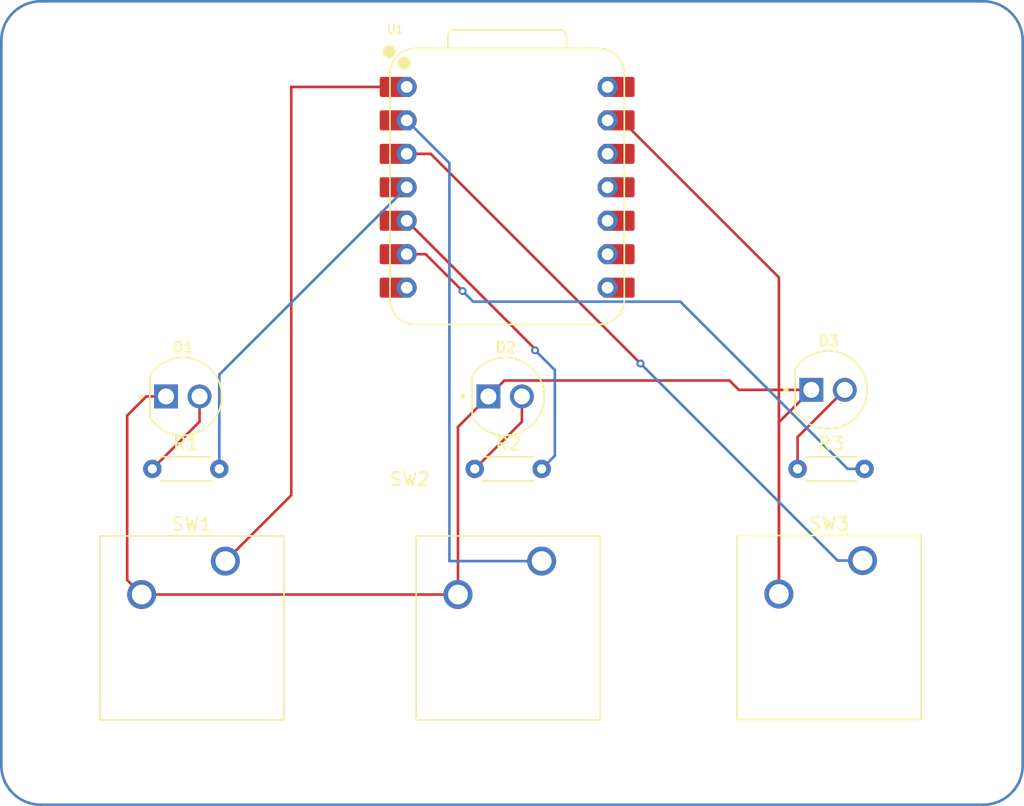
<source format=kicad_pcb>
(kicad_pcb (version 20241229) (generator "pcbnew") (generator_version "9.0")
  (layers (0 "F.Cu" signal) (2 "B.Cu" signal) (13 "F.Paste" user) (15 "B.Paste" user) (5 "F.SilkS" user "F.Silkscreen") (7 "B.SilkS" user "B.Silkscreen") (1 "F.Mask" user) (3 "B.Mask" user) (25 "Edge.Cuts" user))
  (net 0 "")
  (net 1 "GND")
  (net 2 "Net-(D1-PadA)")
  (net 3 "Net-(D2-PadA)")
  (net 4 "Net-(D3-PadA)")
  (net 5 "LED1")
  (net 6 "LED2")
  (net 7 "LED3")
  (net 8 "button1")
  (net 9 "button2")
  (net 10 "button3")
  (footprint "Resistor_THT:R_Axial_DIN0204_L3.6mm_D1.6mm_P5.08mm_Horizontal" (layer "F.Cu") (at 131.92 77.5)
    (property "Reference" "R2" (at 2.54 -1.92 0) (layer "F.SilkS"))
    (property "Value" "R")
    (fp_line (start 0.62 -0.92) (end 4.46 -0.92) (stroke (width 0.12)) (layer "F.SilkS"))
    (fp_line (start 0.62 0.92) (end 4.46 0.92) (stroke (width 0.12)) (layer "F.SilkS"))
    (pad "1" thru_hole circle (at 0 0) (size 1.4 1.4) (drill 0.7) (layers "*.Cu" "*.Mask") (net 3 "Net-(D2-PadA)"))
    (pad "2" thru_hole circle (at 5.08 0) (size 1.4 1.4) (drill 0.7) (layers "*.Cu" "*.Mask") (net 6 "LED2"))
  )
  (footprint "footprints:XIAO-RP2040-DIP" (layer "F.Cu") (at 134.38 56.12)
    (property "Reference" "U1" (at -8.5 -12 0) (layer "F.SilkS") (effects (font (size 0.635 0.635) (thickness 0.1016))))
    (property "Value" "XIAO-RP2040-DIP")
    (fp_line (start -8.89 8.509) (end -8.89 -8.636) (stroke (width 0.127)) (layer "F.SilkS"))
    (fp_line (start -6.985 10.414) (end 6.985 10.414) (stroke (width 0.127)) (layer "F.SilkS"))
    (fp_line (start -4.495 -10.541) (end -4.491272 -11.451272) (stroke (width 0.127)) (layer "F.SilkS"))
    (fp_line (start -3.991272 -11.951) (end 4.004 -11.951) (stroke (width 0.127)) (layer "F.SilkS"))
    (fp_line (start 4.504 -11.451) (end 4.504 -10.541) (stroke (width 0.127)) (layer "F.SilkS"))
    (fp_line (start 6.985 -10.541) (end -6.985 -10.541) (stroke (width 0.1)) (layer "F.SilkS"))
    (fp_line (start 6.985 -10.541) (end -6.985 -10.541) (stroke (width 0.127)) (layer "F.SilkS"))
    (fp_line (start 8.89 8.509) (end 8.89 -8.636) (stroke (width 0.127)) (layer "F.SilkS"))
    (fp_arc (start -8.89 -8.636) (mid -8.332038 -9.983038) (end -6.985 -10.541) (stroke (width 0.127)) (layer "F.SilkS"))
    (fp_arc (start -6.985 10.414) (mid -8.332038 9.856038) (end -8.89 8.509) (stroke (width 0.127)) (layer "F.SilkS"))
    (fp_arc (start -4.491272 -11.451272) (mid -4.344728 -11.80464) (end -3.991272 -11.951) (stroke (width 0.127)) (layer "F.SilkS"))
    (fp_arc (start 4.004 -11.951) (mid 4.357553 -11.804553) (end 4.504 -11.451) (stroke (width 0.127)) (layer "F.SilkS"))
    (fp_arc (start 6.985 -10.541) (mid 8.332038 -9.983038) (end 8.89 -8.636) (stroke (width 0.127)) (layer "F.SilkS"))
    (fp_arc (start 8.89 8.509) (mid 8.332038 9.856038) (end 6.985 10.414) (stroke (width 0.127)) (layer "F.SilkS"))
    (fp_circle (center -8.95 -10.3) (end -8.95 -10.554) (stroke (width 0.5)) (fill yes) (layer "F.SilkS"))
    (fp_circle (center -7.807 -9.42) (end -7.807 -9.674) (stroke (width 0.5)) (fill yes) (layer "F.SilkS"))
    (pad "1" smd roundrect (at -8.455 -7.62 180) (size 2.432 1.524) (layers "F.Cu" "F.Mask") (roundrect_rratio 0.1) (net 8 "button1"))
    (pad "1" thru_hole circle (at -7.62 -7.62 180) (size 1.524 1.524) (drill 0.889) (layers "*.Cu" "*.Mask") (net 8 "button1"))
    (pad "2" smd roundrect (at -8.455 -5.08 180) (size 2.432 1.524) (layers "F.Cu" "F.Mask") (roundrect_rratio 0.1) (net 9 "button2"))
    (pad "2" thru_hole circle (at -7.62 -5.08 180) (size 1.524 1.524) (drill 0.889) (layers "*.Cu" "*.Mask") (net 9 "button2"))
    (pad "3" smd roundrect (at -8.455 -2.54 180) (size 2.432 1.524) (layers "F.Cu" "F.Mask") (roundrect_rratio 0.1) (net 10 "button3"))
    (pad "3" thru_hole circle (at -7.62 -2.54 180) (size 1.524 1.524) (drill 0.889) (layers "*.Cu" "*.Mask") (net 10 "button3"))
    (pad "4" smd roundrect (at -8.455 0 180) (size 2.432 1.524) (layers "F.Cu" "F.Mask") (roundrect_rratio 0.1) (net 5 "LED1"))
    (pad "4" thru_hole circle (at -7.62 0 180) (size 1.524 1.524) (drill 0.889) (layers "*.Cu" "*.Mask") (net 5 "LED1"))
    (pad "5" smd roundrect (at -8.455 2.54 180) (size 2.432 1.524) (layers "F.Cu" "F.Mask") (roundrect_rratio 0.1) (net 6 "LED2"))
    (pad "5" thru_hole circle (at -7.62 2.54 180) (size 1.524 1.524) (drill 0.889) (layers "*.Cu" "*.Mask") (net 6 "LED2"))
    (pad "6" smd roundrect (at -8.455 5.08 180) (size 2.432 1.524) (layers "F.Cu" "F.Mask") (roundrect_rratio 0.1) (net 7 "LED3"))
    (pad "6" thru_hole circle (at -7.62 5.08 180) (size 1.524 1.524) (drill 0.889) (layers "*.Cu" "*.Mask") (net 7 "LED3"))
    (pad "7" smd roundrect (at -8.455 7.62 180) (size 2.432 1.524) (layers "F.Cu" "F.Mask") (roundrect_rratio 0.1))
    (pad "7" thru_hole circle (at -7.62 7.62 180) (size 1.524 1.524) (drill 0.889) (layers "*.Cu" "*.Mask"))
    (pad "8" thru_hole circle (at 7.62 7.62) (size 1.524 1.524) (drill 0.889) (layers "*.Cu" "*.Mask"))
    (pad "8" smd roundrect (at 8.455 7.62) (size 2.432 1.524) (layers "F.Cu" "F.Mask") (roundrect_rratio 0.1))
    (pad "9" thru_hole circle (at 7.62 5.08) (size 1.524 1.524) (drill 0.889) (layers "*.Cu" "*.Mask"))
    (pad "9" smd roundrect (at 8.455 5.08) (size 2.432 1.524) (layers "F.Cu" "F.Mask") (roundrect_rratio 0.1))
    (pad "10" thru_hole circle (at 7.62 2.54) (size 1.524 1.524) (drill 0.889) (layers "*.Cu" "*.Mask"))
    (pad "10" smd roundrect (at 8.455 2.54) (size 2.432 1.524) (layers "F.Cu" "F.Mask") (roundrect_rratio 0.1))
    (pad "11" thru_hole circle (at 7.62 0) (size 1.524 1.524) (drill 0.889) (layers "*.Cu" "*.Mask"))
    (pad "11" smd roundrect (at 8.455 0) (size 2.432 1.524) (layers "F.Cu" "F.Mask") (roundrect_rratio 0.1))
    (pad "12" thru_hole circle (at 7.62 -2.54) (size 1.524 1.524) (drill 0.889) (layers "*.Cu" "*.Mask"))
    (pad "12" smd roundrect (at 8.455 -2.54) (size 2.432 1.524) (layers "F.Cu" "F.Mask") (roundrect_rratio 0.1))
    (pad "13" thru_hole circle (at 7.62 -5.08) (size 1.524 1.524) (drill 0.889) (layers "*.Cu" "*.Mask") (net 1 "GND"))
    (pad "13" smd roundrect (at 8.455 -5.08) (size 2.432 1.524) (layers "F.Cu" "F.Mask") (roundrect_rratio 0.1) (net 1 "GND"))
    (pad "14" thru_hole circle (at 7.62 -7.62) (size 1.524 1.524) (drill 0.889) (layers "*.Cu" "*.Mask"))
    (pad "14" smd roundrect (at 8.455 -7.62) (size 2.432 1.524) (layers "F.Cu" "F.Mask") (roundrect_rratio 0.1))
  )
  (footprint "footprints:LEDRD254W57D500H1070" (layer "F.Cu") (at 134.23 72)
    (property "Reference" "D2" (at 0.04 -3.708 0) (layer "F.SilkS") (effects (font (size 0.8 0.8))))
    (property "Value" "L08R5000Q1")
    (fp_line (start -2.5 -1.566) (end -2.5 1.566) (stroke (width 0.127)) (layer "F.SilkS"))
    (fp_arc (start -2.5 -1.566) (mid 2.961291 0) (end -2.5 1.566) (stroke (width 0.127)) (layer "F.SilkS"))
    (fp_circle (center -3.2 0) (end -3.1 0) (stroke (width 0.2)) (fill no) (layer "F.SilkS"))
    (pad "A" thru_hole circle (at 1.27 0) (size 1.815 1.815) (drill 1.21) (layers "*.Cu" "*.Mask") (net 3 "Net-(D2-PadA)"))
    (pad "C" thru_hole rect (at -1.27 0) (size 1.815 1.815) (drill 1.21) (layers "*.Cu" "*.Mask") (net 1 "GND"))
  )
  (footprint "footprints:LEDRD254W57D500H1070" (layer "F.Cu") (at 158.73 71.5)
    (property "Reference" "D3" (at 0.04 -3.708 0) (layer "F.SilkS") (effects (font (size 0.8 0.8))))
    (property "Value" "L08R5000Q1")
    (fp_line (start -2.5 -1.566) (end -2.5 1.566) (stroke (width 0.127)) (layer "F.SilkS"))
    (fp_arc (start -2.5 -1.566) (mid 2.961291 0) (end -2.5 1.566) (stroke (width 0.127)) (layer "F.SilkS"))
    (fp_circle (center -3.2 0) (end -3.1 0) (stroke (width 0.2)) (fill no) (layer "F.SilkS"))
    (pad "A" thru_hole circle (at 1.27 0) (size 1.815 1.815) (drill 1.21) (layers "*.Cu" "*.Mask") (net 4 "Net-(D3-PadA)"))
    (pad "C" thru_hole rect (at -1.27 0) (size 1.815 1.815) (drill 1.21) (layers "*.Cu" "*.Mask") (net 1 "GND"))
  )
  (footprint "Resistor_THT:R_Axial_DIN0204_L3.6mm_D1.6mm_P5.08mm_Horizontal" (layer "F.Cu") (at 107.46 77.5)
    (property "Reference" "R1" (at 2.54 -1.92 0) (layer "F.SilkS"))
    (property "Value" "R")
    (fp_line (start 0.62 -0.92) (end 4.46 -0.92) (stroke (width 0.12)) (layer "F.SilkS"))
    (fp_line (start 0.62 0.92) (end 4.46 0.92) (stroke (width 0.12)) (layer "F.SilkS"))
    (pad "1" thru_hole circle (at 0 0) (size 1.4 1.4) (drill 0.7) (layers "*.Cu" "*.Mask") (net 2 "Net-(D1-PadA)"))
    (pad "2" thru_hole circle (at 5.08 0) (size 1.4 1.4) (drill 0.7) (layers "*.Cu" "*.Mask") (net 5 "LED1"))
  )
  (footprint "Resistor_THT:R_Axial_DIN0204_L3.6mm_D1.6mm_P5.08mm_Horizontal" (layer "F.Cu") (at 156.42 77.5)
    (property "Reference" "R3" (at 2.54 -1.92 0) (layer "F.SilkS"))
    (property "Value" "R")
    (fp_line (start 0.62 -0.92) (end 4.46 -0.92) (stroke (width 0.12)) (layer "F.SilkS"))
    (fp_line (start 0.62 0.92) (end 4.46 0.92) (stroke (width 0.12)) (layer "F.SilkS"))
    (pad "1" thru_hole circle (at 0 0) (size 1.4 1.4) (drill 0.7) (layers "*.Cu" "*.Mask") (net 4 "Net-(D3-PadA)"))
    (pad "2" thru_hole circle (at 5.08 0) (size 1.4 1.4) (drill 0.7) (layers "*.Cu" "*.Mask") (net 7 "LED3"))
  )
  (footprint "Button_Switch_Keyboard:SW_Cherry_MX_1.00u_PCB" (layer "F.Cu") (at 113 84.5)
    (property "Reference" "SW1" (at -2.54 -2.794 0) (layer "F.SilkS"))
    (property "Value" "SW_Push")
    (fp_line (start -9.525 -1.905) (end 4.445 -1.905) (stroke (width 0.12)) (layer "F.SilkS"))
    (fp_line (start -9.525 12.065) (end -9.525 -1.905) (stroke (width 0.12)) (layer "F.SilkS"))
    (fp_line (start 4.445 -1.905) (end 4.445 12.065) (stroke (width 0.12)) (layer "F.SilkS"))
    (fp_line (start 4.445 12.065) (end -9.525 12.065) (stroke (width 0.12)) (layer "F.SilkS"))
    (pad "" np_thru_hole circle (at -7.62 5.08) (size 1.7 1.7) (drill 1.7) (layers "*.Cu" "*.Mask"))
    (pad "" np_thru_hole circle (at -2.54 5.08) (size 4 4) (drill 4) (layers "*.Cu" "*.Mask"))
    (pad "" np_thru_hole circle (at 2.54 5.08) (size 1.7 1.7) (drill 1.7) (layers "*.Cu" "*.Mask"))
    (pad "1" thru_hole circle (at 0 0) (size 2.2 2.2) (drill 1.5) (layers "*.Cu" "*.Mask") (net 8 "button1"))
    (pad "2" thru_hole circle (at -6.35 2.54) (size 2.2 2.2) (drill 1.5) (layers "*.Cu" "*.Mask") (net 1 "GND"))
  )
  (footprint "Button_Switch_Keyboard:SW_Cherry_MX_1.00u_PCB" (layer "F.Cu") (at 137 84.5)
    (property "Reference" "SW2" (at -10 -6.214 0) (layer "F.SilkS"))
    (property "Value" "SW_Push")
    (fp_line (start -9.525 -1.905) (end 4.445 -1.905) (stroke (width 0.12)) (layer "F.SilkS"))
    (fp_line (start -9.525 12.065) (end -9.525 -1.905) (stroke (width 0.12)) (layer "F.SilkS"))
    (fp_line (start 4.445 -1.905) (end 4.445 12.065) (stroke (width 0.12)) (layer "F.SilkS"))
    (fp_line (start 4.445 12.065) (end -9.525 12.065) (stroke (width 0.12)) (layer "F.SilkS"))
    (pad "" np_thru_hole circle (at -7.62 5.08) (size 1.7 1.7) (drill 1.7) (layers "*.Cu" "*.Mask"))
    (pad "" np_thru_hole circle (at -2.54 5.08) (size 4 4) (drill 4) (layers "*.Cu" "*.Mask"))
    (pad "" np_thru_hole circle (at 2.54 5.08) (size 1.7 1.7) (drill 1.7) (layers "*.Cu" "*.Mask"))
    (pad "1" thru_hole circle (at 0 0) (size 2.2 2.2) (drill 1.5) (layers "*.Cu" "*.Mask") (net 9 "button2"))
    (pad "2" thru_hole circle (at -6.35 2.54) (size 2.2 2.2) (drill 1.5) (layers "*.Cu" "*.Mask") (net 1 "GND"))
  )
  (footprint "Button_Switch_Keyboard:SW_Cherry_MX_1.00u_PCB" (layer "F.Cu") (at 161.35 84.46)
    (property "Reference" "SW3" (at -2.54 -2.794 0) (layer "F.SilkS"))
    (property "Value" "SW_Push")
    (fp_line (start -9.525 -1.905) (end 4.445 -1.905) (stroke (width 0.12)) (layer "F.SilkS"))
    (fp_line (start -9.525 12.065) (end -9.525 -1.905) (stroke (width 0.12)) (layer "F.SilkS"))
    (fp_line (start 4.445 -1.905) (end 4.445 12.065) (stroke (width 0.12)) (layer "F.SilkS"))
    (fp_line (start 4.445 12.065) (end -9.525 12.065) (stroke (width 0.12)) (layer "F.SilkS"))
    (pad "" np_thru_hole circle (at -7.62 5.08) (size 1.7 1.7) (drill 1.7) (layers "*.Cu" "*.Mask"))
    (pad "" np_thru_hole circle (at -2.54 5.08) (size 4 4) (drill 4) (layers "*.Cu" "*.Mask"))
    (pad "" np_thru_hole circle (at 2.54 5.08) (size 1.7 1.7) (drill 1.7) (layers "*.Cu" "*.Mask"))
    (pad "1" thru_hole circle (at 0 0) (size 2.2 2.2) (drill 1.5) (layers "*.Cu" "*.Mask") (net 10 "button3"))
    (pad "2" thru_hole circle (at -6.35 2.54) (size 2.2 2.2) (drill 1.5) (layers "*.Cu" "*.Mask") (net 1 "GND"))
  )
  (footprint "footprints:LEDRD254W57D500H1070" (layer "F.Cu") (at 109.77 72)
    (property "Reference" "D1" (at 0.04 -3.708 0) (layer "F.SilkS") (effects (font (size 0.8 0.8))))
    (property "Value" "L08R5000Q1")
    (fp_line (start -2.5 -1.566) (end -2.5 1.566) (stroke (width 0.127)) (layer "F.SilkS"))
    (fp_arc (start -2.5 -1.566) (mid 2.961291 0) (end -2.5 1.566) (stroke (width 0.127)) (layer "F.SilkS"))
    (fp_circle (center -3.2 0) (end -3.1 0) (stroke (width 0.2)) (fill no) (layer "F.SilkS"))
    (pad "A" thru_hole circle (at 1.27 0) (size 1.815 1.815) (drill 1.21) (layers "*.Cu" "*.Mask") (net 2 "Net-(D1-PadA)"))
    (pad "C" thru_hole rect (at -1.27 0) (size 1.815 1.815) (drill 1.21) (layers "*.Cu" "*.Mask") (net 1 "GND"))
  )
  (gr_line (start 170.5 103) (end 99 103) (stroke (width 0.2)) (layer "B.Cu"))
  (gr_line (start 99 42) (end 170.5 42) (stroke (width 0.2)) (layer "B.Cu"))
  (gr_arc (start 96 45) (mid 96.87868 42.87868) (end 99 42) (stroke (width 0.2)) (layer "B.Cu"))
  (gr_arc (start 170.5 42) (mid 172.62132 42.87868) (end 173.5 45) (stroke (width 0.2)) (layer "B.Cu"))
  (gr_line (start 173.5 45) (end 173.5 100) (stroke (width 0.2)) (layer "B.Cu"))
  (gr_arc (start 173.5 100) (mid 172.62132 102.12132) (end 170.5 103) (stroke (width 0.2)) (layer "B.Cu"))
  (gr_arc (start 99 103) (mid 96.87868 102.12132) (end 96 100) (stroke (width 0.2)) (layer "B.Cu"))
  (gr_line (start 96 100) (end 96 45) (stroke (width 0.2)) (layer "B.Cu"))
  (segment (start 155 62.96237) (end 143.07763 51.04) (width 0.2) (layer "F.Cu") (net 1))
  (segment (start 157.46 71.5) (end 151.96 71.5) (width 0.2) (layer "F.Cu") (net 1))
  (segment (start 105.550001 73.449999) (end 107 72) (width 0.2) (layer "F.Cu") (net 1))
  (segment (start 105.550001 85.940001) (end 105.550001 73.449999) (width 0.2) (layer "F.Cu") (net 1))
  (segment (start 155 73.96) (end 157.46 71.5) (width 0.2) (layer "F.Cu") (net 1))
  (segment (start 155 87) (end 155 62.96237) (width 0.2) (layer "F.Cu") (net 1))
  (segment (start 130.65 74.31) (end 132.96 72) (width 0.2) (layer "F.Cu") (net 1))
  (segment (start 130.65 87.04) (end 130.65 74.31) (width 0.2) (layer "F.Cu") (net 1))
  (segment (start 151.96 71.5) (end 151.2515 70.7915) (width 0.2) (layer "F.Cu") (net 1))
  (segment (start 106.65 87.04) (end 105.550001 85.940001) (width 0.2) (layer "F.Cu") (net 1))
  (segment (start 130.65 87.04) (end 106.65 87.04) (width 0.2) (layer "F.Cu") (net 1))
  (segment (start 132.96 72) (end 134.1685 70.7915) (width 0.2) (layer "F.Cu") (net 1))
  (segment (start 143.07763 51.04) (end 142 51.04) (width 0.2) (layer "F.Cu") (net 1))
  (segment (start 155 87) (end 155 73.96) (width 0.2) (layer "F.Cu") (net 1))
  (segment (start 107 72) (end 108.5 72) (width 0.2) (layer "F.Cu") (net 1))
  (segment (start 134.1685 70.7915) (end 151.2515 70.7915) (width 0.2) (layer "F.Cu") (net 1))
  (segment (start 111.04 72) (end 111.04 73.92) (width 0.2) (layer "F.Cu") (net 2))
  (segment (start 111.04 73.92) (end 107.46 77.5) (width 0.2) (layer "F.Cu") (net 2))
  (segment (start 131.92 77.5) (end 135.5 73.92) (width 0.2) (layer "F.Cu") (net 3))
  (segment (start 135.5 73.92) (end 135.5 72) (width 0.2) (layer "F.Cu") (net 3))
  (segment (start 156.42 75.08) (end 160 71.5) (width 0.2) (layer "F.Cu") (net 4))
  (segment (start 156.42 77.5) (end 156.42 75.08) (width 0.2) (layer "F.Cu") (net 4))
  (segment (start 126.76 56.12) (end 112.54 70.34) (width 0.2) (layer "B.Cu") (net 5))
  (segment (start 112.54 70.34) (end 112.54 77.5) (width 0.2) (layer "B.Cu") (net 5))
  (segment (start 136.5 68.4) (end 136.5 68.5) (width 0.2) (layer "F.Cu") (net 6))
  (segment (start 126.76 58.66) (end 136.5 68.4) (width 0.2) (layer "F.Cu") (net 6))
  (via (at 136.5 68.5) (size 0.6) (drill 0.3) (layers "F.Cu" "B.Cu") (net 6))
  (segment (start 136.5 68.5) (end 138 70) (width 0.2) (layer "B.Cu") (net 6))
  (segment (start 138 70) (end 138 76.5) (width 0.2) (layer "B.Cu") (net 6))
  (segment (start 138 76.5) (end 137 77.5) (width 0.2) (layer "B.Cu") (net 6))
  (segment (start 131 64) (end 128.2 61.2) (width 0.2) (layer "F.Cu") (net 7))
  (segment (start 125.68237 61.2) (end 126.76 61.2) (width 0.2) (layer "F.Cu") (net 7))
  (segment (start 128.2 61.2) (end 126.76 61.2) (width 0.2) (layer "F.Cu") (net 7))
  (segment (start 126.76 61.2) (end 125.925 61.2) (width 0.2) (layer "F.Cu") (net 7))
  (via (at 131 64) (size 0.6) (drill 0.3) (layers "F.Cu" "B.Cu") (net 7))
  (segment (start 131.803 64.803) (end 131 64) (width 0.2) (layer "B.Cu") (net 7))
  (segment (start 147.52031 64.803) (end 131.803 64.803) (width 0.2) (layer "B.Cu") (net 7))
  (segment (start 161.5 77.5) (end 160.21731 77.5) (width 0.2) (layer "B.Cu") (net 7))
  (segment (start 160.21731 77.5) (end 147.52031 64.803) (width 0.2) (layer "B.Cu") (net 7))
  (segment (start 118 79.5) (end 118 48.5) (width 0.2) (layer "F.Cu") (net 8))
  (segment (start 118 48.5) (end 126.76 48.5) (width 0.2) (layer "F.Cu") (net 8))
  (segment (start 113 84.5) (end 118 79.5) (width 0.2) (layer "F.Cu") (net 8))
  (segment (start 130 84.5) (end 137 84.5) (width 0.2) (layer "B.Cu") (net 9))
  (segment (start 126.76 51.04) (end 130 54.28) (width 0.2) (layer "B.Cu") (net 9))
  (segment (start 130 54.28) (end 130 84.5) (width 0.2) (layer "B.Cu") (net 9))
  (segment (start 126.76 53.58) (end 128.58 53.58) (width 0.2) (layer "F.Cu") (net 10))
  (segment (start 128.58 53.58) (end 144.5 69.5) (width 0.2) (layer "F.Cu") (net 10))
  (via (at 144.5 69.5) (size 0.6) (drill 0.3) (layers "F.Cu" "B.Cu") (net 10))
  (segment (start 159.46 84.46) (end 161.35 84.46) (width 0.2) (layer "B.Cu") (net 10))
  (segment (start 144.5 69.5) (end 159.46 84.46) (width 0.2) (layer "B.Cu") (net 10))
)
</source>
